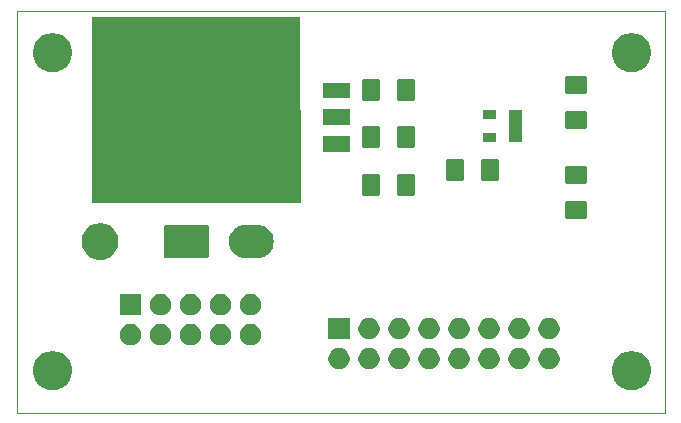
<source format=gbr>
G04 #@! TF.GenerationSoftware,KiCad,Pcbnew,5.1.6-c6e7f7d~86~ubuntu18.04.1*
G04 #@! TF.CreationDate,2020-06-27T17:21:00+01:00*
G04 #@! TF.ProjectId,UV_LED_Driver,55565f4c-4544-45f4-9472-697665722e6b,rev?*
G04 #@! TF.SameCoordinates,Original*
G04 #@! TF.FileFunction,Soldermask,Top*
G04 #@! TF.FilePolarity,Negative*
%FSLAX46Y46*%
G04 Gerber Fmt 4.6, Leading zero omitted, Abs format (unit mm)*
G04 Created by KiCad (PCBNEW 5.1.6-c6e7f7d~86~ubuntu18.04.1) date 2020-06-27 17:21:00*
%MOMM*%
%LPD*%
G01*
G04 APERTURE LIST*
G04 #@! TA.AperFunction,Profile*
%ADD10C,0.050000*%
G04 #@! TD*
%ADD11C,0.100000*%
G04 APERTURE END LIST*
D10*
X203200000Y-58420000D02*
X203200000Y-92456000D01*
X148336000Y-58420000D02*
X203200000Y-58420000D01*
X148336000Y-92456000D02*
X148336000Y-58420000D01*
X203200000Y-92456000D02*
X148336000Y-92456000D01*
D11*
G36*
X200781256Y-87291298D02*
G01*
X200887579Y-87312447D01*
X201188042Y-87436903D01*
X201458451Y-87617585D01*
X201688415Y-87847549D01*
X201869097Y-88117958D01*
X201869098Y-88117960D01*
X201993553Y-88418422D01*
X202026460Y-88583853D01*
X202057000Y-88737391D01*
X202057000Y-89062609D01*
X201993553Y-89381579D01*
X201869097Y-89682042D01*
X201688415Y-89952451D01*
X201458451Y-90182415D01*
X201188042Y-90363097D01*
X200887579Y-90487553D01*
X200781256Y-90508702D01*
X200568611Y-90551000D01*
X200243389Y-90551000D01*
X200030744Y-90508702D01*
X199924421Y-90487553D01*
X199623958Y-90363097D01*
X199353549Y-90182415D01*
X199123585Y-89952451D01*
X198942903Y-89682042D01*
X198818447Y-89381579D01*
X198755000Y-89062609D01*
X198755000Y-88737391D01*
X198785541Y-88583853D01*
X198818447Y-88418422D01*
X198942902Y-88117960D01*
X198942903Y-88117958D01*
X199123585Y-87847549D01*
X199353549Y-87617585D01*
X199623958Y-87436903D01*
X199924421Y-87312447D01*
X200030744Y-87291298D01*
X200243389Y-87249000D01*
X200568611Y-87249000D01*
X200781256Y-87291298D01*
G37*
G36*
X151759256Y-87291298D02*
G01*
X151865579Y-87312447D01*
X152166042Y-87436903D01*
X152436451Y-87617585D01*
X152666415Y-87847549D01*
X152847097Y-88117958D01*
X152847098Y-88117960D01*
X152971553Y-88418422D01*
X153004460Y-88583853D01*
X153035000Y-88737391D01*
X153035000Y-89062609D01*
X152971553Y-89381579D01*
X152847097Y-89682042D01*
X152666415Y-89952451D01*
X152436451Y-90182415D01*
X152166042Y-90363097D01*
X151865579Y-90487553D01*
X151759256Y-90508702D01*
X151546611Y-90551000D01*
X151221389Y-90551000D01*
X151008744Y-90508702D01*
X150902421Y-90487553D01*
X150601958Y-90363097D01*
X150331549Y-90182415D01*
X150101585Y-89952451D01*
X149920903Y-89682042D01*
X149796447Y-89381579D01*
X149733000Y-89062609D01*
X149733000Y-88737391D01*
X149763541Y-88583853D01*
X149796447Y-88418422D01*
X149920902Y-88117960D01*
X149920903Y-88117958D01*
X150101585Y-87847549D01*
X150331549Y-87617585D01*
X150601958Y-87436903D01*
X150902421Y-87312447D01*
X151008744Y-87291298D01*
X151221389Y-87249000D01*
X151546611Y-87249000D01*
X151759256Y-87291298D01*
G37*
G36*
X183374512Y-86987927D02*
G01*
X183523812Y-87017624D01*
X183687784Y-87085544D01*
X183835354Y-87184147D01*
X183960853Y-87309646D01*
X184059456Y-87457216D01*
X184127376Y-87621188D01*
X184162000Y-87795259D01*
X184162000Y-87972741D01*
X184127376Y-88146812D01*
X184059456Y-88310784D01*
X183960853Y-88458354D01*
X183835354Y-88583853D01*
X183687784Y-88682456D01*
X183523812Y-88750376D01*
X183374512Y-88780073D01*
X183349742Y-88785000D01*
X183172258Y-88785000D01*
X183147488Y-88780073D01*
X182998188Y-88750376D01*
X182834216Y-88682456D01*
X182686646Y-88583853D01*
X182561147Y-88458354D01*
X182462544Y-88310784D01*
X182394624Y-88146812D01*
X182360000Y-87972741D01*
X182360000Y-87795259D01*
X182394624Y-87621188D01*
X182462544Y-87457216D01*
X182561147Y-87309646D01*
X182686646Y-87184147D01*
X182834216Y-87085544D01*
X182998188Y-87017624D01*
X183147488Y-86987927D01*
X183172258Y-86983000D01*
X183349742Y-86983000D01*
X183374512Y-86987927D01*
G37*
G36*
X180834512Y-86987927D02*
G01*
X180983812Y-87017624D01*
X181147784Y-87085544D01*
X181295354Y-87184147D01*
X181420853Y-87309646D01*
X181519456Y-87457216D01*
X181587376Y-87621188D01*
X181622000Y-87795259D01*
X181622000Y-87972741D01*
X181587376Y-88146812D01*
X181519456Y-88310784D01*
X181420853Y-88458354D01*
X181295354Y-88583853D01*
X181147784Y-88682456D01*
X180983812Y-88750376D01*
X180834512Y-88780073D01*
X180809742Y-88785000D01*
X180632258Y-88785000D01*
X180607488Y-88780073D01*
X180458188Y-88750376D01*
X180294216Y-88682456D01*
X180146646Y-88583853D01*
X180021147Y-88458354D01*
X179922544Y-88310784D01*
X179854624Y-88146812D01*
X179820000Y-87972741D01*
X179820000Y-87795259D01*
X179854624Y-87621188D01*
X179922544Y-87457216D01*
X180021147Y-87309646D01*
X180146646Y-87184147D01*
X180294216Y-87085544D01*
X180458188Y-87017624D01*
X180607488Y-86987927D01*
X180632258Y-86983000D01*
X180809742Y-86983000D01*
X180834512Y-86987927D01*
G37*
G36*
X178294512Y-86987927D02*
G01*
X178443812Y-87017624D01*
X178607784Y-87085544D01*
X178755354Y-87184147D01*
X178880853Y-87309646D01*
X178979456Y-87457216D01*
X179047376Y-87621188D01*
X179082000Y-87795259D01*
X179082000Y-87972741D01*
X179047376Y-88146812D01*
X178979456Y-88310784D01*
X178880853Y-88458354D01*
X178755354Y-88583853D01*
X178607784Y-88682456D01*
X178443812Y-88750376D01*
X178294512Y-88780073D01*
X178269742Y-88785000D01*
X178092258Y-88785000D01*
X178067488Y-88780073D01*
X177918188Y-88750376D01*
X177754216Y-88682456D01*
X177606646Y-88583853D01*
X177481147Y-88458354D01*
X177382544Y-88310784D01*
X177314624Y-88146812D01*
X177280000Y-87972741D01*
X177280000Y-87795259D01*
X177314624Y-87621188D01*
X177382544Y-87457216D01*
X177481147Y-87309646D01*
X177606646Y-87184147D01*
X177754216Y-87085544D01*
X177918188Y-87017624D01*
X178067488Y-86987927D01*
X178092258Y-86983000D01*
X178269742Y-86983000D01*
X178294512Y-86987927D01*
G37*
G36*
X188454512Y-86987927D02*
G01*
X188603812Y-87017624D01*
X188767784Y-87085544D01*
X188915354Y-87184147D01*
X189040853Y-87309646D01*
X189139456Y-87457216D01*
X189207376Y-87621188D01*
X189242000Y-87795259D01*
X189242000Y-87972741D01*
X189207376Y-88146812D01*
X189139456Y-88310784D01*
X189040853Y-88458354D01*
X188915354Y-88583853D01*
X188767784Y-88682456D01*
X188603812Y-88750376D01*
X188454512Y-88780073D01*
X188429742Y-88785000D01*
X188252258Y-88785000D01*
X188227488Y-88780073D01*
X188078188Y-88750376D01*
X187914216Y-88682456D01*
X187766646Y-88583853D01*
X187641147Y-88458354D01*
X187542544Y-88310784D01*
X187474624Y-88146812D01*
X187440000Y-87972741D01*
X187440000Y-87795259D01*
X187474624Y-87621188D01*
X187542544Y-87457216D01*
X187641147Y-87309646D01*
X187766646Y-87184147D01*
X187914216Y-87085544D01*
X188078188Y-87017624D01*
X188227488Y-86987927D01*
X188252258Y-86983000D01*
X188429742Y-86983000D01*
X188454512Y-86987927D01*
G37*
G36*
X175754512Y-86987927D02*
G01*
X175903812Y-87017624D01*
X176067784Y-87085544D01*
X176215354Y-87184147D01*
X176340853Y-87309646D01*
X176439456Y-87457216D01*
X176507376Y-87621188D01*
X176542000Y-87795259D01*
X176542000Y-87972741D01*
X176507376Y-88146812D01*
X176439456Y-88310784D01*
X176340853Y-88458354D01*
X176215354Y-88583853D01*
X176067784Y-88682456D01*
X175903812Y-88750376D01*
X175754512Y-88780073D01*
X175729742Y-88785000D01*
X175552258Y-88785000D01*
X175527488Y-88780073D01*
X175378188Y-88750376D01*
X175214216Y-88682456D01*
X175066646Y-88583853D01*
X174941147Y-88458354D01*
X174842544Y-88310784D01*
X174774624Y-88146812D01*
X174740000Y-87972741D01*
X174740000Y-87795259D01*
X174774624Y-87621188D01*
X174842544Y-87457216D01*
X174941147Y-87309646D01*
X175066646Y-87184147D01*
X175214216Y-87085544D01*
X175378188Y-87017624D01*
X175527488Y-86987927D01*
X175552258Y-86983000D01*
X175729742Y-86983000D01*
X175754512Y-86987927D01*
G37*
G36*
X190994512Y-86987927D02*
G01*
X191143812Y-87017624D01*
X191307784Y-87085544D01*
X191455354Y-87184147D01*
X191580853Y-87309646D01*
X191679456Y-87457216D01*
X191747376Y-87621188D01*
X191782000Y-87795259D01*
X191782000Y-87972741D01*
X191747376Y-88146812D01*
X191679456Y-88310784D01*
X191580853Y-88458354D01*
X191455354Y-88583853D01*
X191307784Y-88682456D01*
X191143812Y-88750376D01*
X190994512Y-88780073D01*
X190969742Y-88785000D01*
X190792258Y-88785000D01*
X190767488Y-88780073D01*
X190618188Y-88750376D01*
X190454216Y-88682456D01*
X190306646Y-88583853D01*
X190181147Y-88458354D01*
X190082544Y-88310784D01*
X190014624Y-88146812D01*
X189980000Y-87972741D01*
X189980000Y-87795259D01*
X190014624Y-87621188D01*
X190082544Y-87457216D01*
X190181147Y-87309646D01*
X190306646Y-87184147D01*
X190454216Y-87085544D01*
X190618188Y-87017624D01*
X190767488Y-86987927D01*
X190792258Y-86983000D01*
X190969742Y-86983000D01*
X190994512Y-86987927D01*
G37*
G36*
X193534512Y-86987927D02*
G01*
X193683812Y-87017624D01*
X193847784Y-87085544D01*
X193995354Y-87184147D01*
X194120853Y-87309646D01*
X194219456Y-87457216D01*
X194287376Y-87621188D01*
X194322000Y-87795259D01*
X194322000Y-87972741D01*
X194287376Y-88146812D01*
X194219456Y-88310784D01*
X194120853Y-88458354D01*
X193995354Y-88583853D01*
X193847784Y-88682456D01*
X193683812Y-88750376D01*
X193534512Y-88780073D01*
X193509742Y-88785000D01*
X193332258Y-88785000D01*
X193307488Y-88780073D01*
X193158188Y-88750376D01*
X192994216Y-88682456D01*
X192846646Y-88583853D01*
X192721147Y-88458354D01*
X192622544Y-88310784D01*
X192554624Y-88146812D01*
X192520000Y-87972741D01*
X192520000Y-87795259D01*
X192554624Y-87621188D01*
X192622544Y-87457216D01*
X192721147Y-87309646D01*
X192846646Y-87184147D01*
X192994216Y-87085544D01*
X193158188Y-87017624D01*
X193307488Y-86987927D01*
X193332258Y-86983000D01*
X193509742Y-86983000D01*
X193534512Y-86987927D01*
G37*
G36*
X185914512Y-86987927D02*
G01*
X186063812Y-87017624D01*
X186227784Y-87085544D01*
X186375354Y-87184147D01*
X186500853Y-87309646D01*
X186599456Y-87457216D01*
X186667376Y-87621188D01*
X186702000Y-87795259D01*
X186702000Y-87972741D01*
X186667376Y-88146812D01*
X186599456Y-88310784D01*
X186500853Y-88458354D01*
X186375354Y-88583853D01*
X186227784Y-88682456D01*
X186063812Y-88750376D01*
X185914512Y-88780073D01*
X185889742Y-88785000D01*
X185712258Y-88785000D01*
X185687488Y-88780073D01*
X185538188Y-88750376D01*
X185374216Y-88682456D01*
X185226646Y-88583853D01*
X185101147Y-88458354D01*
X185002544Y-88310784D01*
X184934624Y-88146812D01*
X184900000Y-87972741D01*
X184900000Y-87795259D01*
X184934624Y-87621188D01*
X185002544Y-87457216D01*
X185101147Y-87309646D01*
X185226646Y-87184147D01*
X185374216Y-87085544D01*
X185538188Y-87017624D01*
X185687488Y-86987927D01*
X185712258Y-86983000D01*
X185889742Y-86983000D01*
X185914512Y-86987927D01*
G37*
G36*
X160641512Y-84955927D02*
G01*
X160790812Y-84985624D01*
X160954784Y-85053544D01*
X161102354Y-85152147D01*
X161227853Y-85277646D01*
X161326456Y-85425216D01*
X161394376Y-85589188D01*
X161429000Y-85763259D01*
X161429000Y-85940741D01*
X161394376Y-86114812D01*
X161326456Y-86278784D01*
X161227853Y-86426354D01*
X161102354Y-86551853D01*
X160954784Y-86650456D01*
X160790812Y-86718376D01*
X160641512Y-86748073D01*
X160616742Y-86753000D01*
X160439258Y-86753000D01*
X160414488Y-86748073D01*
X160265188Y-86718376D01*
X160101216Y-86650456D01*
X159953646Y-86551853D01*
X159828147Y-86426354D01*
X159729544Y-86278784D01*
X159661624Y-86114812D01*
X159627000Y-85940741D01*
X159627000Y-85763259D01*
X159661624Y-85589188D01*
X159729544Y-85425216D01*
X159828147Y-85277646D01*
X159953646Y-85152147D01*
X160101216Y-85053544D01*
X160265188Y-84985624D01*
X160414488Y-84955927D01*
X160439258Y-84951000D01*
X160616742Y-84951000D01*
X160641512Y-84955927D01*
G37*
G36*
X168261512Y-84955927D02*
G01*
X168410812Y-84985624D01*
X168574784Y-85053544D01*
X168722354Y-85152147D01*
X168847853Y-85277646D01*
X168946456Y-85425216D01*
X169014376Y-85589188D01*
X169049000Y-85763259D01*
X169049000Y-85940741D01*
X169014376Y-86114812D01*
X168946456Y-86278784D01*
X168847853Y-86426354D01*
X168722354Y-86551853D01*
X168574784Y-86650456D01*
X168410812Y-86718376D01*
X168261512Y-86748073D01*
X168236742Y-86753000D01*
X168059258Y-86753000D01*
X168034488Y-86748073D01*
X167885188Y-86718376D01*
X167721216Y-86650456D01*
X167573646Y-86551853D01*
X167448147Y-86426354D01*
X167349544Y-86278784D01*
X167281624Y-86114812D01*
X167247000Y-85940741D01*
X167247000Y-85763259D01*
X167281624Y-85589188D01*
X167349544Y-85425216D01*
X167448147Y-85277646D01*
X167573646Y-85152147D01*
X167721216Y-85053544D01*
X167885188Y-84985624D01*
X168034488Y-84955927D01*
X168059258Y-84951000D01*
X168236742Y-84951000D01*
X168261512Y-84955927D01*
G37*
G36*
X163181512Y-84955927D02*
G01*
X163330812Y-84985624D01*
X163494784Y-85053544D01*
X163642354Y-85152147D01*
X163767853Y-85277646D01*
X163866456Y-85425216D01*
X163934376Y-85589188D01*
X163969000Y-85763259D01*
X163969000Y-85940741D01*
X163934376Y-86114812D01*
X163866456Y-86278784D01*
X163767853Y-86426354D01*
X163642354Y-86551853D01*
X163494784Y-86650456D01*
X163330812Y-86718376D01*
X163181512Y-86748073D01*
X163156742Y-86753000D01*
X162979258Y-86753000D01*
X162954488Y-86748073D01*
X162805188Y-86718376D01*
X162641216Y-86650456D01*
X162493646Y-86551853D01*
X162368147Y-86426354D01*
X162269544Y-86278784D01*
X162201624Y-86114812D01*
X162167000Y-85940741D01*
X162167000Y-85763259D01*
X162201624Y-85589188D01*
X162269544Y-85425216D01*
X162368147Y-85277646D01*
X162493646Y-85152147D01*
X162641216Y-85053544D01*
X162805188Y-84985624D01*
X162954488Y-84955927D01*
X162979258Y-84951000D01*
X163156742Y-84951000D01*
X163181512Y-84955927D01*
G37*
G36*
X165721512Y-84955927D02*
G01*
X165870812Y-84985624D01*
X166034784Y-85053544D01*
X166182354Y-85152147D01*
X166307853Y-85277646D01*
X166406456Y-85425216D01*
X166474376Y-85589188D01*
X166509000Y-85763259D01*
X166509000Y-85940741D01*
X166474376Y-86114812D01*
X166406456Y-86278784D01*
X166307853Y-86426354D01*
X166182354Y-86551853D01*
X166034784Y-86650456D01*
X165870812Y-86718376D01*
X165721512Y-86748073D01*
X165696742Y-86753000D01*
X165519258Y-86753000D01*
X165494488Y-86748073D01*
X165345188Y-86718376D01*
X165181216Y-86650456D01*
X165033646Y-86551853D01*
X164908147Y-86426354D01*
X164809544Y-86278784D01*
X164741624Y-86114812D01*
X164707000Y-85940741D01*
X164707000Y-85763259D01*
X164741624Y-85589188D01*
X164809544Y-85425216D01*
X164908147Y-85277646D01*
X165033646Y-85152147D01*
X165181216Y-85053544D01*
X165345188Y-84985624D01*
X165494488Y-84955927D01*
X165519258Y-84951000D01*
X165696742Y-84951000D01*
X165721512Y-84955927D01*
G37*
G36*
X158101512Y-84955927D02*
G01*
X158250812Y-84985624D01*
X158414784Y-85053544D01*
X158562354Y-85152147D01*
X158687853Y-85277646D01*
X158786456Y-85425216D01*
X158854376Y-85589188D01*
X158889000Y-85763259D01*
X158889000Y-85940741D01*
X158854376Y-86114812D01*
X158786456Y-86278784D01*
X158687853Y-86426354D01*
X158562354Y-86551853D01*
X158414784Y-86650456D01*
X158250812Y-86718376D01*
X158101512Y-86748073D01*
X158076742Y-86753000D01*
X157899258Y-86753000D01*
X157874488Y-86748073D01*
X157725188Y-86718376D01*
X157561216Y-86650456D01*
X157413646Y-86551853D01*
X157288147Y-86426354D01*
X157189544Y-86278784D01*
X157121624Y-86114812D01*
X157087000Y-85940741D01*
X157087000Y-85763259D01*
X157121624Y-85589188D01*
X157189544Y-85425216D01*
X157288147Y-85277646D01*
X157413646Y-85152147D01*
X157561216Y-85053544D01*
X157725188Y-84985624D01*
X157874488Y-84955927D01*
X157899258Y-84951000D01*
X158076742Y-84951000D01*
X158101512Y-84955927D01*
G37*
G36*
X178294512Y-84447927D02*
G01*
X178443812Y-84477624D01*
X178607784Y-84545544D01*
X178755354Y-84644147D01*
X178880853Y-84769646D01*
X178979456Y-84917216D01*
X179047376Y-85081188D01*
X179082000Y-85255259D01*
X179082000Y-85432741D01*
X179047376Y-85606812D01*
X178979456Y-85770784D01*
X178880853Y-85918354D01*
X178755354Y-86043853D01*
X178607784Y-86142456D01*
X178443812Y-86210376D01*
X178294512Y-86240073D01*
X178269742Y-86245000D01*
X178092258Y-86245000D01*
X178067488Y-86240073D01*
X177918188Y-86210376D01*
X177754216Y-86142456D01*
X177606646Y-86043853D01*
X177481147Y-85918354D01*
X177382544Y-85770784D01*
X177314624Y-85606812D01*
X177280000Y-85432741D01*
X177280000Y-85255259D01*
X177314624Y-85081188D01*
X177382544Y-84917216D01*
X177481147Y-84769646D01*
X177606646Y-84644147D01*
X177754216Y-84545544D01*
X177918188Y-84477624D01*
X178067488Y-84447927D01*
X178092258Y-84443000D01*
X178269742Y-84443000D01*
X178294512Y-84447927D01*
G37*
G36*
X185914512Y-84447927D02*
G01*
X186063812Y-84477624D01*
X186227784Y-84545544D01*
X186375354Y-84644147D01*
X186500853Y-84769646D01*
X186599456Y-84917216D01*
X186667376Y-85081188D01*
X186702000Y-85255259D01*
X186702000Y-85432741D01*
X186667376Y-85606812D01*
X186599456Y-85770784D01*
X186500853Y-85918354D01*
X186375354Y-86043853D01*
X186227784Y-86142456D01*
X186063812Y-86210376D01*
X185914512Y-86240073D01*
X185889742Y-86245000D01*
X185712258Y-86245000D01*
X185687488Y-86240073D01*
X185538188Y-86210376D01*
X185374216Y-86142456D01*
X185226646Y-86043853D01*
X185101147Y-85918354D01*
X185002544Y-85770784D01*
X184934624Y-85606812D01*
X184900000Y-85432741D01*
X184900000Y-85255259D01*
X184934624Y-85081188D01*
X185002544Y-84917216D01*
X185101147Y-84769646D01*
X185226646Y-84644147D01*
X185374216Y-84545544D01*
X185538188Y-84477624D01*
X185687488Y-84447927D01*
X185712258Y-84443000D01*
X185889742Y-84443000D01*
X185914512Y-84447927D01*
G37*
G36*
X188454512Y-84447927D02*
G01*
X188603812Y-84477624D01*
X188767784Y-84545544D01*
X188915354Y-84644147D01*
X189040853Y-84769646D01*
X189139456Y-84917216D01*
X189207376Y-85081188D01*
X189242000Y-85255259D01*
X189242000Y-85432741D01*
X189207376Y-85606812D01*
X189139456Y-85770784D01*
X189040853Y-85918354D01*
X188915354Y-86043853D01*
X188767784Y-86142456D01*
X188603812Y-86210376D01*
X188454512Y-86240073D01*
X188429742Y-86245000D01*
X188252258Y-86245000D01*
X188227488Y-86240073D01*
X188078188Y-86210376D01*
X187914216Y-86142456D01*
X187766646Y-86043853D01*
X187641147Y-85918354D01*
X187542544Y-85770784D01*
X187474624Y-85606812D01*
X187440000Y-85432741D01*
X187440000Y-85255259D01*
X187474624Y-85081188D01*
X187542544Y-84917216D01*
X187641147Y-84769646D01*
X187766646Y-84644147D01*
X187914216Y-84545544D01*
X188078188Y-84477624D01*
X188227488Y-84447927D01*
X188252258Y-84443000D01*
X188429742Y-84443000D01*
X188454512Y-84447927D01*
G37*
G36*
X190994512Y-84447927D02*
G01*
X191143812Y-84477624D01*
X191307784Y-84545544D01*
X191455354Y-84644147D01*
X191580853Y-84769646D01*
X191679456Y-84917216D01*
X191747376Y-85081188D01*
X191782000Y-85255259D01*
X191782000Y-85432741D01*
X191747376Y-85606812D01*
X191679456Y-85770784D01*
X191580853Y-85918354D01*
X191455354Y-86043853D01*
X191307784Y-86142456D01*
X191143812Y-86210376D01*
X190994512Y-86240073D01*
X190969742Y-86245000D01*
X190792258Y-86245000D01*
X190767488Y-86240073D01*
X190618188Y-86210376D01*
X190454216Y-86142456D01*
X190306646Y-86043853D01*
X190181147Y-85918354D01*
X190082544Y-85770784D01*
X190014624Y-85606812D01*
X189980000Y-85432741D01*
X189980000Y-85255259D01*
X190014624Y-85081188D01*
X190082544Y-84917216D01*
X190181147Y-84769646D01*
X190306646Y-84644147D01*
X190454216Y-84545544D01*
X190618188Y-84477624D01*
X190767488Y-84447927D01*
X190792258Y-84443000D01*
X190969742Y-84443000D01*
X190994512Y-84447927D01*
G37*
G36*
X193534512Y-84447927D02*
G01*
X193683812Y-84477624D01*
X193847784Y-84545544D01*
X193995354Y-84644147D01*
X194120853Y-84769646D01*
X194219456Y-84917216D01*
X194287376Y-85081188D01*
X194322000Y-85255259D01*
X194322000Y-85432741D01*
X194287376Y-85606812D01*
X194219456Y-85770784D01*
X194120853Y-85918354D01*
X193995354Y-86043853D01*
X193847784Y-86142456D01*
X193683812Y-86210376D01*
X193534512Y-86240073D01*
X193509742Y-86245000D01*
X193332258Y-86245000D01*
X193307488Y-86240073D01*
X193158188Y-86210376D01*
X192994216Y-86142456D01*
X192846646Y-86043853D01*
X192721147Y-85918354D01*
X192622544Y-85770784D01*
X192554624Y-85606812D01*
X192520000Y-85432741D01*
X192520000Y-85255259D01*
X192554624Y-85081188D01*
X192622544Y-84917216D01*
X192721147Y-84769646D01*
X192846646Y-84644147D01*
X192994216Y-84545544D01*
X193158188Y-84477624D01*
X193307488Y-84447927D01*
X193332258Y-84443000D01*
X193509742Y-84443000D01*
X193534512Y-84447927D01*
G37*
G36*
X180834512Y-84447927D02*
G01*
X180983812Y-84477624D01*
X181147784Y-84545544D01*
X181295354Y-84644147D01*
X181420853Y-84769646D01*
X181519456Y-84917216D01*
X181587376Y-85081188D01*
X181622000Y-85255259D01*
X181622000Y-85432741D01*
X181587376Y-85606812D01*
X181519456Y-85770784D01*
X181420853Y-85918354D01*
X181295354Y-86043853D01*
X181147784Y-86142456D01*
X180983812Y-86210376D01*
X180834512Y-86240073D01*
X180809742Y-86245000D01*
X180632258Y-86245000D01*
X180607488Y-86240073D01*
X180458188Y-86210376D01*
X180294216Y-86142456D01*
X180146646Y-86043853D01*
X180021147Y-85918354D01*
X179922544Y-85770784D01*
X179854624Y-85606812D01*
X179820000Y-85432741D01*
X179820000Y-85255259D01*
X179854624Y-85081188D01*
X179922544Y-84917216D01*
X180021147Y-84769646D01*
X180146646Y-84644147D01*
X180294216Y-84545544D01*
X180458188Y-84477624D01*
X180607488Y-84447927D01*
X180632258Y-84443000D01*
X180809742Y-84443000D01*
X180834512Y-84447927D01*
G37*
G36*
X176542000Y-86245000D02*
G01*
X174740000Y-86245000D01*
X174740000Y-84443000D01*
X176542000Y-84443000D01*
X176542000Y-86245000D01*
G37*
G36*
X183374512Y-84447927D02*
G01*
X183523812Y-84477624D01*
X183687784Y-84545544D01*
X183835354Y-84644147D01*
X183960853Y-84769646D01*
X184059456Y-84917216D01*
X184127376Y-85081188D01*
X184162000Y-85255259D01*
X184162000Y-85432741D01*
X184127376Y-85606812D01*
X184059456Y-85770784D01*
X183960853Y-85918354D01*
X183835354Y-86043853D01*
X183687784Y-86142456D01*
X183523812Y-86210376D01*
X183374512Y-86240073D01*
X183349742Y-86245000D01*
X183172258Y-86245000D01*
X183147488Y-86240073D01*
X182998188Y-86210376D01*
X182834216Y-86142456D01*
X182686646Y-86043853D01*
X182561147Y-85918354D01*
X182462544Y-85770784D01*
X182394624Y-85606812D01*
X182360000Y-85432741D01*
X182360000Y-85255259D01*
X182394624Y-85081188D01*
X182462544Y-84917216D01*
X182561147Y-84769646D01*
X182686646Y-84644147D01*
X182834216Y-84545544D01*
X182998188Y-84477624D01*
X183147488Y-84447927D01*
X183172258Y-84443000D01*
X183349742Y-84443000D01*
X183374512Y-84447927D01*
G37*
G36*
X158889000Y-84213000D02*
G01*
X157087000Y-84213000D01*
X157087000Y-82411000D01*
X158889000Y-82411000D01*
X158889000Y-84213000D01*
G37*
G36*
X163181512Y-82415927D02*
G01*
X163330812Y-82445624D01*
X163494784Y-82513544D01*
X163642354Y-82612147D01*
X163767853Y-82737646D01*
X163866456Y-82885216D01*
X163934376Y-83049188D01*
X163969000Y-83223259D01*
X163969000Y-83400741D01*
X163934376Y-83574812D01*
X163866456Y-83738784D01*
X163767853Y-83886354D01*
X163642354Y-84011853D01*
X163494784Y-84110456D01*
X163330812Y-84178376D01*
X163181512Y-84208073D01*
X163156742Y-84213000D01*
X162979258Y-84213000D01*
X162954488Y-84208073D01*
X162805188Y-84178376D01*
X162641216Y-84110456D01*
X162493646Y-84011853D01*
X162368147Y-83886354D01*
X162269544Y-83738784D01*
X162201624Y-83574812D01*
X162167000Y-83400741D01*
X162167000Y-83223259D01*
X162201624Y-83049188D01*
X162269544Y-82885216D01*
X162368147Y-82737646D01*
X162493646Y-82612147D01*
X162641216Y-82513544D01*
X162805188Y-82445624D01*
X162954488Y-82415927D01*
X162979258Y-82411000D01*
X163156742Y-82411000D01*
X163181512Y-82415927D01*
G37*
G36*
X168261512Y-82415927D02*
G01*
X168410812Y-82445624D01*
X168574784Y-82513544D01*
X168722354Y-82612147D01*
X168847853Y-82737646D01*
X168946456Y-82885216D01*
X169014376Y-83049188D01*
X169049000Y-83223259D01*
X169049000Y-83400741D01*
X169014376Y-83574812D01*
X168946456Y-83738784D01*
X168847853Y-83886354D01*
X168722354Y-84011853D01*
X168574784Y-84110456D01*
X168410812Y-84178376D01*
X168261512Y-84208073D01*
X168236742Y-84213000D01*
X168059258Y-84213000D01*
X168034488Y-84208073D01*
X167885188Y-84178376D01*
X167721216Y-84110456D01*
X167573646Y-84011853D01*
X167448147Y-83886354D01*
X167349544Y-83738784D01*
X167281624Y-83574812D01*
X167247000Y-83400741D01*
X167247000Y-83223259D01*
X167281624Y-83049188D01*
X167349544Y-82885216D01*
X167448147Y-82737646D01*
X167573646Y-82612147D01*
X167721216Y-82513544D01*
X167885188Y-82445624D01*
X168034488Y-82415927D01*
X168059258Y-82411000D01*
X168236742Y-82411000D01*
X168261512Y-82415927D01*
G37*
G36*
X160641512Y-82415927D02*
G01*
X160790812Y-82445624D01*
X160954784Y-82513544D01*
X161102354Y-82612147D01*
X161227853Y-82737646D01*
X161326456Y-82885216D01*
X161394376Y-83049188D01*
X161429000Y-83223259D01*
X161429000Y-83400741D01*
X161394376Y-83574812D01*
X161326456Y-83738784D01*
X161227853Y-83886354D01*
X161102354Y-84011853D01*
X160954784Y-84110456D01*
X160790812Y-84178376D01*
X160641512Y-84208073D01*
X160616742Y-84213000D01*
X160439258Y-84213000D01*
X160414488Y-84208073D01*
X160265188Y-84178376D01*
X160101216Y-84110456D01*
X159953646Y-84011853D01*
X159828147Y-83886354D01*
X159729544Y-83738784D01*
X159661624Y-83574812D01*
X159627000Y-83400741D01*
X159627000Y-83223259D01*
X159661624Y-83049188D01*
X159729544Y-82885216D01*
X159828147Y-82737646D01*
X159953646Y-82612147D01*
X160101216Y-82513544D01*
X160265188Y-82445624D01*
X160414488Y-82415927D01*
X160439258Y-82411000D01*
X160616742Y-82411000D01*
X160641512Y-82415927D01*
G37*
G36*
X165721512Y-82415927D02*
G01*
X165870812Y-82445624D01*
X166034784Y-82513544D01*
X166182354Y-82612147D01*
X166307853Y-82737646D01*
X166406456Y-82885216D01*
X166474376Y-83049188D01*
X166509000Y-83223259D01*
X166509000Y-83400741D01*
X166474376Y-83574812D01*
X166406456Y-83738784D01*
X166307853Y-83886354D01*
X166182354Y-84011853D01*
X166034784Y-84110456D01*
X165870812Y-84178376D01*
X165721512Y-84208073D01*
X165696742Y-84213000D01*
X165519258Y-84213000D01*
X165494488Y-84208073D01*
X165345188Y-84178376D01*
X165181216Y-84110456D01*
X165033646Y-84011853D01*
X164908147Y-83886354D01*
X164809544Y-83738784D01*
X164741624Y-83574812D01*
X164707000Y-83400741D01*
X164707000Y-83223259D01*
X164741624Y-83049188D01*
X164809544Y-82885216D01*
X164908147Y-82737646D01*
X165033646Y-82612147D01*
X165181216Y-82513544D01*
X165345188Y-82445624D01*
X165494488Y-82415927D01*
X165519258Y-82411000D01*
X165696742Y-82411000D01*
X165721512Y-82415927D01*
G37*
G36*
X155714985Y-76456802D02*
G01*
X155864810Y-76486604D01*
X156147074Y-76603521D01*
X156401105Y-76773259D01*
X156617141Y-76989295D01*
X156786879Y-77243326D01*
X156903796Y-77525590D01*
X156963400Y-77825240D01*
X156963400Y-78130760D01*
X156903796Y-78430410D01*
X156786879Y-78712674D01*
X156617141Y-78966705D01*
X156401105Y-79182741D01*
X156147074Y-79352479D01*
X155864810Y-79469396D01*
X155714985Y-79499198D01*
X155565161Y-79529000D01*
X155259639Y-79529000D01*
X155109815Y-79499198D01*
X154959990Y-79469396D01*
X154677726Y-79352479D01*
X154423695Y-79182741D01*
X154207659Y-78966705D01*
X154037921Y-78712674D01*
X153921004Y-78430410D01*
X153861400Y-78130760D01*
X153861400Y-77825240D01*
X153921004Y-77525590D01*
X154037921Y-77243326D01*
X154207659Y-76989295D01*
X154423695Y-76773259D01*
X154677726Y-76603521D01*
X154959990Y-76486604D01*
X155109815Y-76456802D01*
X155259639Y-76427000D01*
X155565161Y-76427000D01*
X155714985Y-76456802D01*
G37*
G36*
X164486431Y-76580621D02*
G01*
X164515886Y-76589556D01*
X164543023Y-76604062D01*
X164566814Y-76623586D01*
X164586338Y-76647377D01*
X164600844Y-76674514D01*
X164609779Y-76703969D01*
X164613400Y-76740734D01*
X164613400Y-79215266D01*
X164609779Y-79252031D01*
X164600844Y-79281486D01*
X164586338Y-79308623D01*
X164566814Y-79332414D01*
X164543023Y-79351938D01*
X164515886Y-79366444D01*
X164486431Y-79375379D01*
X164449666Y-79379000D01*
X160975134Y-79379000D01*
X160938369Y-79375379D01*
X160908914Y-79366444D01*
X160881777Y-79351938D01*
X160857986Y-79332414D01*
X160838462Y-79308623D01*
X160823956Y-79281486D01*
X160815021Y-79252031D01*
X160811400Y-79215266D01*
X160811400Y-76740734D01*
X160815021Y-76703969D01*
X160823956Y-76674514D01*
X160838462Y-76647377D01*
X160857986Y-76623586D01*
X160881777Y-76604062D01*
X160908914Y-76589556D01*
X160938369Y-76580621D01*
X160975134Y-76577000D01*
X164449666Y-76577000D01*
X164486431Y-76580621D01*
G37*
G36*
X168884131Y-76587136D02*
G01*
X168987044Y-76597272D01*
X169182417Y-76656538D01*
X169251137Y-76677384D01*
X169430506Y-76773259D01*
X169494520Y-76807475D01*
X169550091Y-76853082D01*
X169707850Y-76982550D01*
X169837318Y-77140309D01*
X169882925Y-77195880D01*
X169882926Y-77195882D01*
X170013016Y-77439263D01*
X170013017Y-77439267D01*
X170093128Y-77703356D01*
X170120178Y-77978000D01*
X170093128Y-78252644D01*
X170039203Y-78430409D01*
X170013016Y-78516737D01*
X169908286Y-78712672D01*
X169882925Y-78760120D01*
X169837318Y-78815691D01*
X169707850Y-78973450D01*
X169550091Y-79102918D01*
X169494520Y-79148525D01*
X169494518Y-79148526D01*
X169251137Y-79278616D01*
X169182417Y-79299462D01*
X168987044Y-79358728D01*
X168884131Y-79368864D01*
X168781220Y-79379000D01*
X167643580Y-79379000D01*
X167540669Y-79368864D01*
X167437756Y-79358728D01*
X167242383Y-79299462D01*
X167173663Y-79278616D01*
X166930282Y-79148526D01*
X166930280Y-79148525D01*
X166874709Y-79102918D01*
X166716950Y-78973450D01*
X166587482Y-78815691D01*
X166541875Y-78760120D01*
X166516514Y-78712672D01*
X166411784Y-78516737D01*
X166385597Y-78430409D01*
X166331672Y-78252644D01*
X166304622Y-77978000D01*
X166331672Y-77703356D01*
X166411783Y-77439267D01*
X166411784Y-77439263D01*
X166541874Y-77195882D01*
X166541875Y-77195880D01*
X166587482Y-77140309D01*
X166716950Y-76982550D01*
X166874709Y-76853082D01*
X166930280Y-76807475D01*
X166994294Y-76773259D01*
X167173663Y-76677384D01*
X167242383Y-76656538D01*
X167437756Y-76597272D01*
X167540669Y-76587136D01*
X167643580Y-76577000D01*
X168781220Y-76577000D01*
X168884131Y-76587136D01*
G37*
G36*
X196482562Y-74515181D02*
G01*
X196517481Y-74525774D01*
X196549663Y-74542976D01*
X196577873Y-74566127D01*
X196601024Y-74594337D01*
X196618226Y-74626519D01*
X196628819Y-74661438D01*
X196633000Y-74703895D01*
X196633000Y-75845105D01*
X196628819Y-75887562D01*
X196618226Y-75922481D01*
X196601024Y-75954663D01*
X196577873Y-75982873D01*
X196549663Y-76006024D01*
X196517481Y-76023226D01*
X196482562Y-76033819D01*
X196440105Y-76038000D01*
X194973895Y-76038000D01*
X194931438Y-76033819D01*
X194896519Y-76023226D01*
X194864337Y-76006024D01*
X194836127Y-75982873D01*
X194812976Y-75954663D01*
X194795774Y-75922481D01*
X194785181Y-75887562D01*
X194781000Y-75845105D01*
X194781000Y-74703895D01*
X194785181Y-74661438D01*
X194795774Y-74626519D01*
X194812976Y-74594337D01*
X194836127Y-74566127D01*
X194864337Y-74542976D01*
X194896519Y-74525774D01*
X194931438Y-74515181D01*
X194973895Y-74511000D01*
X196440105Y-74511000D01*
X196482562Y-74515181D01*
G37*
G36*
X154743001Y-58921654D02*
G01*
X154743006Y-58921654D01*
X164043715Y-58928365D01*
X172339000Y-58934350D01*
X172339021Y-58940361D01*
X172339021Y-58940365D01*
X172392925Y-74661438D01*
X172392975Y-74676000D01*
X154759025Y-74676000D01*
X154758910Y-74594337D01*
X154744678Y-64506000D01*
X154736800Y-58921650D01*
X154743001Y-58921654D01*
G37*
G36*
X181932562Y-72230181D02*
G01*
X181967481Y-72240774D01*
X181999663Y-72257976D01*
X182027873Y-72281127D01*
X182051024Y-72309337D01*
X182068226Y-72341519D01*
X182078819Y-72376438D01*
X182083000Y-72418895D01*
X182083000Y-73885105D01*
X182078819Y-73927562D01*
X182068226Y-73962481D01*
X182051024Y-73994663D01*
X182027873Y-74022873D01*
X181999663Y-74046024D01*
X181967481Y-74063226D01*
X181932562Y-74073819D01*
X181890105Y-74078000D01*
X180748895Y-74078000D01*
X180706438Y-74073819D01*
X180671519Y-74063226D01*
X180639337Y-74046024D01*
X180611127Y-74022873D01*
X180587976Y-73994663D01*
X180570774Y-73962481D01*
X180560181Y-73927562D01*
X180556000Y-73885105D01*
X180556000Y-72418895D01*
X180560181Y-72376438D01*
X180570774Y-72341519D01*
X180587976Y-72309337D01*
X180611127Y-72281127D01*
X180639337Y-72257976D01*
X180671519Y-72240774D01*
X180706438Y-72230181D01*
X180748895Y-72226000D01*
X181890105Y-72226000D01*
X181932562Y-72230181D01*
G37*
G36*
X178957562Y-72230181D02*
G01*
X178992481Y-72240774D01*
X179024663Y-72257976D01*
X179052873Y-72281127D01*
X179076024Y-72309337D01*
X179093226Y-72341519D01*
X179103819Y-72376438D01*
X179108000Y-72418895D01*
X179108000Y-73885105D01*
X179103819Y-73927562D01*
X179093226Y-73962481D01*
X179076024Y-73994663D01*
X179052873Y-74022873D01*
X179024663Y-74046024D01*
X178992481Y-74063226D01*
X178957562Y-74073819D01*
X178915105Y-74078000D01*
X177773895Y-74078000D01*
X177731438Y-74073819D01*
X177696519Y-74063226D01*
X177664337Y-74046024D01*
X177636127Y-74022873D01*
X177612976Y-73994663D01*
X177595774Y-73962481D01*
X177585181Y-73927562D01*
X177581000Y-73885105D01*
X177581000Y-72418895D01*
X177585181Y-72376438D01*
X177595774Y-72341519D01*
X177612976Y-72309337D01*
X177636127Y-72281127D01*
X177664337Y-72257976D01*
X177696519Y-72240774D01*
X177731438Y-72230181D01*
X177773895Y-72226000D01*
X178915105Y-72226000D01*
X178957562Y-72230181D01*
G37*
G36*
X196482562Y-71540181D02*
G01*
X196517481Y-71550774D01*
X196549663Y-71567976D01*
X196577873Y-71591127D01*
X196601024Y-71619337D01*
X196618226Y-71651519D01*
X196628819Y-71686438D01*
X196633000Y-71728895D01*
X196633000Y-72870105D01*
X196628819Y-72912562D01*
X196618226Y-72947481D01*
X196601024Y-72979663D01*
X196577873Y-73007873D01*
X196549663Y-73031024D01*
X196517481Y-73048226D01*
X196482562Y-73058819D01*
X196440105Y-73063000D01*
X194973895Y-73063000D01*
X194931438Y-73058819D01*
X194896519Y-73048226D01*
X194864337Y-73031024D01*
X194836127Y-73007873D01*
X194812976Y-72979663D01*
X194795774Y-72947481D01*
X194785181Y-72912562D01*
X194781000Y-72870105D01*
X194781000Y-71728895D01*
X194785181Y-71686438D01*
X194795774Y-71651519D01*
X194812976Y-71619337D01*
X194836127Y-71591127D01*
X194864337Y-71567976D01*
X194896519Y-71550774D01*
X194931438Y-71540181D01*
X194973895Y-71536000D01*
X196440105Y-71536000D01*
X196482562Y-71540181D01*
G37*
G36*
X186069562Y-70960181D02*
G01*
X186104481Y-70970774D01*
X186136663Y-70987976D01*
X186164873Y-71011127D01*
X186188024Y-71039337D01*
X186205226Y-71071519D01*
X186215819Y-71106438D01*
X186220000Y-71148895D01*
X186220000Y-72615105D01*
X186215819Y-72657562D01*
X186205226Y-72692481D01*
X186188024Y-72724663D01*
X186164873Y-72752873D01*
X186136663Y-72776024D01*
X186104481Y-72793226D01*
X186069562Y-72803819D01*
X186027105Y-72808000D01*
X184885895Y-72808000D01*
X184843438Y-72803819D01*
X184808519Y-72793226D01*
X184776337Y-72776024D01*
X184748127Y-72752873D01*
X184724976Y-72724663D01*
X184707774Y-72692481D01*
X184697181Y-72657562D01*
X184693000Y-72615105D01*
X184693000Y-71148895D01*
X184697181Y-71106438D01*
X184707774Y-71071519D01*
X184724976Y-71039337D01*
X184748127Y-71011127D01*
X184776337Y-70987976D01*
X184808519Y-70970774D01*
X184843438Y-70960181D01*
X184885895Y-70956000D01*
X186027105Y-70956000D01*
X186069562Y-70960181D01*
G37*
G36*
X189044562Y-70960181D02*
G01*
X189079481Y-70970774D01*
X189111663Y-70987976D01*
X189139873Y-71011127D01*
X189163024Y-71039337D01*
X189180226Y-71071519D01*
X189190819Y-71106438D01*
X189195000Y-71148895D01*
X189195000Y-72615105D01*
X189190819Y-72657562D01*
X189180226Y-72692481D01*
X189163024Y-72724663D01*
X189139873Y-72752873D01*
X189111663Y-72776024D01*
X189079481Y-72793226D01*
X189044562Y-72803819D01*
X189002105Y-72808000D01*
X187860895Y-72808000D01*
X187818438Y-72803819D01*
X187783519Y-72793226D01*
X187751337Y-72776024D01*
X187723127Y-72752873D01*
X187699976Y-72724663D01*
X187682774Y-72692481D01*
X187672181Y-72657562D01*
X187668000Y-72615105D01*
X187668000Y-71148895D01*
X187672181Y-71106438D01*
X187682774Y-71071519D01*
X187699976Y-71039337D01*
X187723127Y-71011127D01*
X187751337Y-70987976D01*
X187783519Y-70970774D01*
X187818438Y-70960181D01*
X187860895Y-70956000D01*
X189002105Y-70956000D01*
X189044562Y-70960181D01*
G37*
G36*
X176547000Y-70368000D02*
G01*
X174245000Y-70368000D01*
X174245000Y-69066000D01*
X176547000Y-69066000D01*
X176547000Y-70368000D01*
G37*
G36*
X181932562Y-68166181D02*
G01*
X181967481Y-68176774D01*
X181999663Y-68193976D01*
X182027873Y-68217127D01*
X182051024Y-68245337D01*
X182068226Y-68277519D01*
X182078819Y-68312438D01*
X182083000Y-68354895D01*
X182083000Y-69821105D01*
X182078819Y-69863562D01*
X182068226Y-69898481D01*
X182051024Y-69930663D01*
X182027873Y-69958873D01*
X181999663Y-69982024D01*
X181967481Y-69999226D01*
X181932562Y-70009819D01*
X181890105Y-70014000D01*
X180748895Y-70014000D01*
X180706438Y-70009819D01*
X180671519Y-69999226D01*
X180639337Y-69982024D01*
X180611127Y-69958873D01*
X180587976Y-69930663D01*
X180570774Y-69898481D01*
X180560181Y-69863562D01*
X180556000Y-69821105D01*
X180556000Y-68354895D01*
X180560181Y-68312438D01*
X180570774Y-68277519D01*
X180587976Y-68245337D01*
X180611127Y-68217127D01*
X180639337Y-68193976D01*
X180671519Y-68176774D01*
X180706438Y-68166181D01*
X180748895Y-68162000D01*
X181890105Y-68162000D01*
X181932562Y-68166181D01*
G37*
G36*
X178957562Y-68166181D02*
G01*
X178992481Y-68176774D01*
X179024663Y-68193976D01*
X179052873Y-68217127D01*
X179076024Y-68245337D01*
X179093226Y-68277519D01*
X179103819Y-68312438D01*
X179108000Y-68354895D01*
X179108000Y-69821105D01*
X179103819Y-69863562D01*
X179093226Y-69898481D01*
X179076024Y-69930663D01*
X179052873Y-69958873D01*
X179024663Y-69982024D01*
X178992481Y-69999226D01*
X178957562Y-70009819D01*
X178915105Y-70014000D01*
X177773895Y-70014000D01*
X177731438Y-70009819D01*
X177696519Y-69999226D01*
X177664337Y-69982024D01*
X177636127Y-69958873D01*
X177612976Y-69930663D01*
X177595774Y-69898481D01*
X177585181Y-69863562D01*
X177581000Y-69821105D01*
X177581000Y-68354895D01*
X177585181Y-68312438D01*
X177595774Y-68277519D01*
X177612976Y-68245337D01*
X177636127Y-68217127D01*
X177664337Y-68193976D01*
X177696519Y-68176774D01*
X177731438Y-68166181D01*
X177773895Y-68162000D01*
X178915105Y-68162000D01*
X178957562Y-68166181D01*
G37*
G36*
X191165000Y-69525000D02*
G01*
X190003000Y-69525000D01*
X190003000Y-66873000D01*
X191165000Y-66873000D01*
X191165000Y-69525000D01*
G37*
G36*
X188965000Y-69525000D02*
G01*
X187803000Y-69525000D01*
X187803000Y-68773000D01*
X188965000Y-68773000D01*
X188965000Y-69525000D01*
G37*
G36*
X196482562Y-66895181D02*
G01*
X196517481Y-66905774D01*
X196549663Y-66922976D01*
X196577873Y-66946127D01*
X196601024Y-66974337D01*
X196618226Y-67006519D01*
X196628819Y-67041438D01*
X196633000Y-67083895D01*
X196633000Y-68225105D01*
X196628819Y-68267562D01*
X196618226Y-68302481D01*
X196601024Y-68334663D01*
X196577873Y-68362873D01*
X196549663Y-68386024D01*
X196517481Y-68403226D01*
X196482562Y-68413819D01*
X196440105Y-68418000D01*
X194973895Y-68418000D01*
X194931438Y-68413819D01*
X194896519Y-68403226D01*
X194864337Y-68386024D01*
X194836127Y-68362873D01*
X194812976Y-68334663D01*
X194795774Y-68302481D01*
X194785181Y-68267562D01*
X194781000Y-68225105D01*
X194781000Y-67083895D01*
X194785181Y-67041438D01*
X194795774Y-67006519D01*
X194812976Y-66974337D01*
X194836127Y-66946127D01*
X194864337Y-66922976D01*
X194896519Y-66905774D01*
X194931438Y-66895181D01*
X194973895Y-66891000D01*
X196440105Y-66891000D01*
X196482562Y-66895181D01*
G37*
G36*
X176547000Y-68088000D02*
G01*
X174245000Y-68088000D01*
X174245000Y-66786000D01*
X176547000Y-66786000D01*
X176547000Y-68088000D01*
G37*
G36*
X188965000Y-67625000D02*
G01*
X187803000Y-67625000D01*
X187803000Y-66873000D01*
X188965000Y-66873000D01*
X188965000Y-67625000D01*
G37*
G36*
X181932562Y-64229181D02*
G01*
X181967481Y-64239774D01*
X181999663Y-64256976D01*
X182027873Y-64280127D01*
X182051024Y-64308337D01*
X182068226Y-64340519D01*
X182078819Y-64375438D01*
X182083000Y-64417895D01*
X182083000Y-65884105D01*
X182078819Y-65926562D01*
X182068226Y-65961481D01*
X182051024Y-65993663D01*
X182027873Y-66021873D01*
X181999663Y-66045024D01*
X181967481Y-66062226D01*
X181932562Y-66072819D01*
X181890105Y-66077000D01*
X180748895Y-66077000D01*
X180706438Y-66072819D01*
X180671519Y-66062226D01*
X180639337Y-66045024D01*
X180611127Y-66021873D01*
X180587976Y-65993663D01*
X180570774Y-65961481D01*
X180560181Y-65926562D01*
X180556000Y-65884105D01*
X180556000Y-64417895D01*
X180560181Y-64375438D01*
X180570774Y-64340519D01*
X180587976Y-64308337D01*
X180611127Y-64280127D01*
X180639337Y-64256976D01*
X180671519Y-64239774D01*
X180706438Y-64229181D01*
X180748895Y-64225000D01*
X181890105Y-64225000D01*
X181932562Y-64229181D01*
G37*
G36*
X178957562Y-64229181D02*
G01*
X178992481Y-64239774D01*
X179024663Y-64256976D01*
X179052873Y-64280127D01*
X179076024Y-64308337D01*
X179093226Y-64340519D01*
X179103819Y-64375438D01*
X179108000Y-64417895D01*
X179108000Y-65884105D01*
X179103819Y-65926562D01*
X179093226Y-65961481D01*
X179076024Y-65993663D01*
X179052873Y-66021873D01*
X179024663Y-66045024D01*
X178992481Y-66062226D01*
X178957562Y-66072819D01*
X178915105Y-66077000D01*
X177773895Y-66077000D01*
X177731438Y-66072819D01*
X177696519Y-66062226D01*
X177664337Y-66045024D01*
X177636127Y-66021873D01*
X177612976Y-65993663D01*
X177595774Y-65961481D01*
X177585181Y-65926562D01*
X177581000Y-65884105D01*
X177581000Y-64417895D01*
X177585181Y-64375438D01*
X177595774Y-64340519D01*
X177612976Y-64308337D01*
X177636127Y-64280127D01*
X177664337Y-64256976D01*
X177696519Y-64239774D01*
X177731438Y-64229181D01*
X177773895Y-64225000D01*
X178915105Y-64225000D01*
X178957562Y-64229181D01*
G37*
G36*
X176547000Y-65808000D02*
G01*
X174245000Y-65808000D01*
X174245000Y-64506000D01*
X176547000Y-64506000D01*
X176547000Y-65808000D01*
G37*
G36*
X196482562Y-63920181D02*
G01*
X196517481Y-63930774D01*
X196549663Y-63947976D01*
X196577873Y-63971127D01*
X196601024Y-63999337D01*
X196618226Y-64031519D01*
X196628819Y-64066438D01*
X196633000Y-64108895D01*
X196633000Y-65250105D01*
X196628819Y-65292562D01*
X196618226Y-65327481D01*
X196601024Y-65359663D01*
X196577873Y-65387873D01*
X196549663Y-65411024D01*
X196517481Y-65428226D01*
X196482562Y-65438819D01*
X196440105Y-65443000D01*
X194973895Y-65443000D01*
X194931438Y-65438819D01*
X194896519Y-65428226D01*
X194864337Y-65411024D01*
X194836127Y-65387873D01*
X194812976Y-65359663D01*
X194795774Y-65327481D01*
X194785181Y-65292562D01*
X194781000Y-65250105D01*
X194781000Y-64108895D01*
X194785181Y-64066438D01*
X194795774Y-64031519D01*
X194812976Y-63999337D01*
X194836127Y-63971127D01*
X194864337Y-63947976D01*
X194896519Y-63930774D01*
X194931438Y-63920181D01*
X194973895Y-63916000D01*
X196440105Y-63916000D01*
X196482562Y-63920181D01*
G37*
G36*
X151759256Y-60367298D02*
G01*
X151865579Y-60388447D01*
X152166042Y-60512903D01*
X152436451Y-60693585D01*
X152666415Y-60923549D01*
X152847097Y-61193958D01*
X152971553Y-61494421D01*
X153035000Y-61813391D01*
X153035000Y-62138609D01*
X152971553Y-62457579D01*
X152847097Y-62758042D01*
X152666415Y-63028451D01*
X152436451Y-63258415D01*
X152166042Y-63439097D01*
X151865579Y-63563553D01*
X151759256Y-63584702D01*
X151546611Y-63627000D01*
X151221389Y-63627000D01*
X151008744Y-63584702D01*
X150902421Y-63563553D01*
X150601958Y-63439097D01*
X150331549Y-63258415D01*
X150101585Y-63028451D01*
X149920903Y-62758042D01*
X149796447Y-62457579D01*
X149733000Y-62138609D01*
X149733000Y-61813391D01*
X149796447Y-61494421D01*
X149920903Y-61193958D01*
X150101585Y-60923549D01*
X150331549Y-60693585D01*
X150601958Y-60512903D01*
X150902421Y-60388447D01*
X151008744Y-60367298D01*
X151221389Y-60325000D01*
X151546611Y-60325000D01*
X151759256Y-60367298D01*
G37*
G36*
X200781256Y-60367298D02*
G01*
X200887579Y-60388447D01*
X201188042Y-60512903D01*
X201458451Y-60693585D01*
X201688415Y-60923549D01*
X201869097Y-61193958D01*
X201993553Y-61494421D01*
X202057000Y-61813391D01*
X202057000Y-62138609D01*
X201993553Y-62457579D01*
X201869097Y-62758042D01*
X201688415Y-63028451D01*
X201458451Y-63258415D01*
X201188042Y-63439097D01*
X200887579Y-63563553D01*
X200781256Y-63584702D01*
X200568611Y-63627000D01*
X200243389Y-63627000D01*
X200030744Y-63584702D01*
X199924421Y-63563553D01*
X199623958Y-63439097D01*
X199353549Y-63258415D01*
X199123585Y-63028451D01*
X198942903Y-62758042D01*
X198818447Y-62457579D01*
X198755000Y-62138609D01*
X198755000Y-61813391D01*
X198818447Y-61494421D01*
X198942903Y-61193958D01*
X199123585Y-60923549D01*
X199353549Y-60693585D01*
X199623958Y-60512903D01*
X199924421Y-60388447D01*
X200030744Y-60367298D01*
X200243389Y-60325000D01*
X200568611Y-60325000D01*
X200781256Y-60367298D01*
G37*
M02*

</source>
